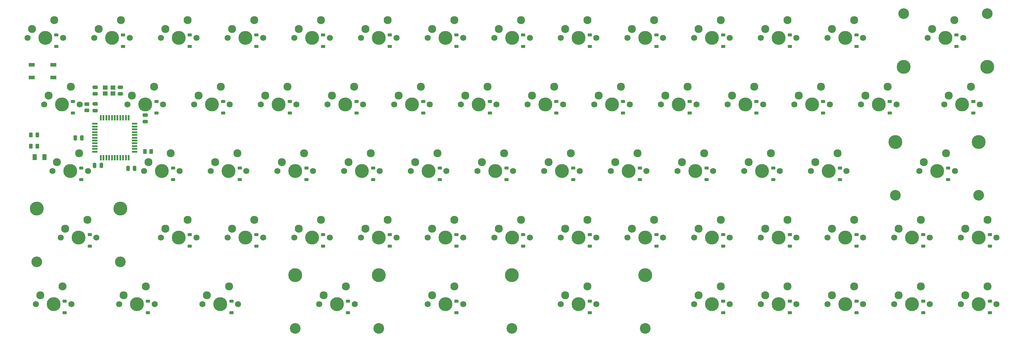
<source format=gbr>
%TF.GenerationSoftware,KiCad,Pcbnew,8.0.1*%
%TF.CreationDate,2024-05-19T22:36:38-06:00*%
%TF.ProjectId,60_Keyboard,36305f4b-6579-4626-9f61-72642e6b6963,rev?*%
%TF.SameCoordinates,Original*%
%TF.FileFunction,Soldermask,Bot*%
%TF.FilePolarity,Negative*%
%FSLAX46Y46*%
G04 Gerber Fmt 4.6, Leading zero omitted, Abs format (unit mm)*
G04 Created by KiCad (PCBNEW 8.0.1) date 2024-05-19 22:36:38*
%MOMM*%
%LPD*%
G01*
G04 APERTURE LIST*
G04 Aperture macros list*
%AMRoundRect*
0 Rectangle with rounded corners*
0 $1 Rounding radius*
0 $2 $3 $4 $5 $6 $7 $8 $9 X,Y pos of 4 corners*
0 Add a 4 corners polygon primitive as box body*
4,1,4,$2,$3,$4,$5,$6,$7,$8,$9,$2,$3,0*
0 Add four circle primitives for the rounded corners*
1,1,$1+$1,$2,$3*
1,1,$1+$1,$4,$5*
1,1,$1+$1,$6,$7*
1,1,$1+$1,$8,$9*
0 Add four rect primitives between the rounded corners*
20,1,$1+$1,$2,$3,$4,$5,0*
20,1,$1+$1,$4,$5,$6,$7,0*
20,1,$1+$1,$6,$7,$8,$9,0*
20,1,$1+$1,$8,$9,$2,$3,0*%
G04 Aperture macros list end*
%ADD10C,1.750000*%
%ADD11C,3.987800*%
%ADD12C,2.300000*%
%ADD13C,3.048000*%
%ADD14RoundRect,0.250000X0.475000X-0.250000X0.475000X0.250000X-0.475000X0.250000X-0.475000X-0.250000X0*%
%ADD15RoundRect,0.225000X0.375000X-0.225000X0.375000X0.225000X-0.375000X0.225000X-0.375000X-0.225000X0*%
%ADD16RoundRect,0.250000X-0.475000X0.250000X-0.475000X-0.250000X0.475000X-0.250000X0.475000X0.250000X0*%
%ADD17RoundRect,0.250000X-0.262500X-0.450000X0.262500X-0.450000X0.262500X0.450000X-0.262500X0.450000X0*%
%ADD18RoundRect,0.250000X-0.250000X-0.475000X0.250000X-0.475000X0.250000X0.475000X-0.250000X0.475000X0*%
%ADD19RoundRect,0.250000X0.250000X0.475000X-0.250000X0.475000X-0.250000X-0.475000X0.250000X-0.475000X0*%
%ADD20R,1.400000X1.200000*%
%ADD21R,1.500000X0.550000*%
%ADD22R,0.550000X1.500000*%
%ADD23RoundRect,0.250000X0.450000X-0.262500X0.450000X0.262500X-0.450000X0.262500X-0.450000X-0.262500X0*%
%ADD24RoundRect,0.250000X0.375000X0.625000X-0.375000X0.625000X-0.375000X-0.625000X0.375000X-0.625000X0*%
%ADD25R,1.800000X1.100000*%
G04 APERTURE END LIST*
D10*
%TO.C,MX57*%
X110006500Y-157946300D03*
D11*
X115086500Y-157946300D03*
D10*
X120166500Y-157946300D03*
D12*
X111276500Y-155406300D03*
X117626500Y-152866300D03*
%TD*%
D10*
%TO.C,MX28*%
X345735400Y-100799900D03*
D11*
X350815400Y-100799900D03*
D10*
X355895400Y-100799900D03*
D12*
X347005400Y-98259900D03*
X353355400Y-95719900D03*
%TD*%
D10*
%TO.C,MX7*%
X198107200Y-81751100D03*
D11*
X203187200Y-81751100D03*
D10*
X208267200Y-81751100D03*
D12*
X199377200Y-79211100D03*
X205727200Y-76671100D03*
%TD*%
D10*
%TO.C,MX23*%
X245729200Y-100799900D03*
D11*
X250809200Y-100799900D03*
D10*
X255889200Y-100799900D03*
D12*
X246999200Y-98259900D03*
X253349200Y-95719900D03*
%TD*%
D10*
%TO.C,MX58*%
X133817500Y-157946300D03*
D11*
X138897500Y-157946300D03*
D10*
X143977500Y-157946300D03*
D12*
X135087500Y-155406300D03*
X141437500Y-152866300D03*
%TD*%
D10*
%TO.C,MX16*%
X112387600Y-100799900D03*
D11*
X117467600Y-100799900D03*
D10*
X122547600Y-100799900D03*
D12*
X113657600Y-98259900D03*
X120007600Y-95719900D03*
%TD*%
D10*
%TO.C,MX6*%
X179058400Y-81751100D03*
D11*
X184138400Y-81751100D03*
D10*
X189218400Y-81751100D03*
D12*
X180328400Y-79211100D03*
X186678400Y-76671100D03*
%TD*%
D10*
%TO.C,MX33*%
X174296200Y-119848700D03*
D11*
X179376200Y-119848700D03*
D10*
X184456200Y-119848700D03*
D12*
X175566200Y-117308700D03*
X181916200Y-114768700D03*
%TD*%
D10*
%TO.C,MX1*%
X83814400Y-81751100D03*
D11*
X88894400Y-81751100D03*
D10*
X93974400Y-81751100D03*
D12*
X85084400Y-79211100D03*
X91434400Y-76671100D03*
%TD*%
D10*
%TO.C,MX56*%
X86195500Y-157946300D03*
D11*
X91275500Y-157946300D03*
D10*
X96355500Y-157946300D03*
D12*
X87465500Y-155406300D03*
X93815500Y-152866300D03*
%TD*%
D10*
%TO.C,MX18*%
X150485200Y-100799900D03*
D11*
X155565200Y-100799900D03*
D10*
X160645200Y-100799900D03*
D12*
X151755200Y-98259900D03*
X158105200Y-95719900D03*
%TD*%
D10*
%TO.C,MX43*%
X121912000Y-138897500D03*
D11*
X126992000Y-138897500D03*
D10*
X132072000Y-138897500D03*
D12*
X123182000Y-136357500D03*
X129532000Y-133817500D03*
%TD*%
D10*
%TO.C,MX10*%
X255253600Y-81751100D03*
D11*
X260333600Y-81751100D03*
D10*
X265413600Y-81751100D03*
D12*
X256523600Y-79211100D03*
X262873600Y-76671100D03*
%TD*%
D10*
%TO.C,MX4*%
X140960800Y-81751100D03*
D11*
X146040800Y-81751100D03*
D10*
X151120800Y-81751100D03*
D12*
X142230800Y-79211100D03*
X148580800Y-76671100D03*
%TD*%
D10*
%TO.C,MX29*%
X90957700Y-119848700D03*
D11*
X96037700Y-119848700D03*
D10*
X101117700Y-119848700D03*
D12*
X92227700Y-117308700D03*
X98577700Y-114768700D03*
%TD*%
D10*
%TO.C,MX40*%
X307637800Y-119848700D03*
D11*
X312717800Y-119848700D03*
D10*
X317797800Y-119848700D03*
D12*
X308907800Y-117308700D03*
X315257800Y-114768700D03*
%TD*%
D10*
%TO.C,MX11*%
X274302400Y-81751100D03*
D11*
X279382400Y-81751100D03*
D10*
X284462400Y-81751100D03*
D12*
X275572400Y-79211100D03*
X281922400Y-76671100D03*
%TD*%
D10*
%TO.C,MX24*%
X264778000Y-100799900D03*
D11*
X269858000Y-100799900D03*
D10*
X274938000Y-100799900D03*
D12*
X266048000Y-98259900D03*
X272398000Y-95719900D03*
%TD*%
D10*
%TO.C,MX52*%
X293351200Y-138897500D03*
D11*
X298431200Y-138897500D03*
D10*
X303511200Y-138897500D03*
D12*
X294621200Y-136357500D03*
X300971200Y-133817500D03*
%TD*%
D10*
%TO.C,MX60*%
X167152900Y-157946300D03*
D11*
X172232900Y-157946300D03*
D10*
X177312900Y-157946300D03*
D12*
X168422900Y-155406300D03*
X174772900Y-152866300D03*
%TD*%
D10*
%TO.C,MX42*%
X338592100Y-119848700D03*
D11*
X343672100Y-119848700D03*
D10*
X348752100Y-119848700D03*
D12*
X339862100Y-117308700D03*
X346212100Y-114768700D03*
%TD*%
D10*
%TO.C,MX63*%
X236204800Y-157946300D03*
D11*
X241284800Y-157946300D03*
D10*
X246364800Y-157946300D03*
D12*
X237474800Y-155406300D03*
X243824800Y-152866300D03*
%TD*%
D10*
%TO.C,MX21*%
X207631600Y-100799900D03*
D11*
X212711600Y-100799900D03*
D10*
X217791600Y-100799900D03*
D12*
X208901600Y-98259900D03*
X215251600Y-95719900D03*
%TD*%
D10*
%TO.C,MX9*%
X236204800Y-81751100D03*
D11*
X241284800Y-81751100D03*
D10*
X246364800Y-81751100D03*
D12*
X237474800Y-79211100D03*
X243824800Y-76671100D03*
%TD*%
D10*
%TO.C,MX65*%
X274302400Y-157946300D03*
D11*
X279382400Y-157946300D03*
D10*
X284462400Y-157946300D03*
D12*
X275572400Y-155406300D03*
X281922400Y-152866300D03*
%TD*%
D10*
%TO.C,MX50*%
X255253600Y-138897500D03*
D11*
X260333600Y-138897500D03*
D10*
X265413600Y-138897500D03*
D12*
X256523600Y-136357500D03*
X262873600Y-133817500D03*
%TD*%
D10*
%TO.C,MX36*%
X231442600Y-119848700D03*
D11*
X236522600Y-119848700D03*
D10*
X241602600Y-119848700D03*
D12*
X232712600Y-117308700D03*
X239062600Y-114768700D03*
%TD*%
D10*
%TO.C,MX55*%
X350497600Y-138897500D03*
D11*
X355577600Y-138897500D03*
D10*
X360657600Y-138897500D03*
D12*
X351767600Y-136357500D03*
X358117600Y-133817500D03*
%TD*%
D10*
%TO.C,MX13*%
X312400000Y-81751100D03*
D11*
X317480000Y-81751100D03*
D10*
X322560000Y-81751100D03*
D12*
X313670000Y-79211100D03*
X320020000Y-76671100D03*
%TD*%
D10*
%TO.C,MX39*%
X288589000Y-119848700D03*
D11*
X293669000Y-119848700D03*
D10*
X298749000Y-119848700D03*
D12*
X289859000Y-117308700D03*
X296209000Y-114768700D03*
%TD*%
D10*
%TO.C,MX20*%
X188582800Y-100799900D03*
D11*
X193662800Y-100799900D03*
D10*
X198742800Y-100799900D03*
D12*
X189852800Y-98259900D03*
X196202800Y-95719900D03*
%TD*%
D10*
%TO.C,MX41*%
X93338800Y-138897500D03*
D11*
X98418800Y-138897500D03*
D10*
X103498800Y-138897500D03*
D12*
X94608800Y-136357500D03*
X100958800Y-133817500D03*
%TD*%
D10*
%TO.C,MX26*%
X302875600Y-100799900D03*
D11*
X307955600Y-100799900D03*
D10*
X313035600Y-100799900D03*
D12*
X304145600Y-98259900D03*
X310495600Y-95719900D03*
%TD*%
D10*
%TO.C,MX69*%
X350497600Y-157946300D03*
D11*
X355577600Y-157946300D03*
D10*
X360657600Y-157946300D03*
D12*
X351767600Y-155406300D03*
X358117600Y-152866300D03*
%TD*%
D10*
%TO.C,MX30*%
X117149800Y-119848700D03*
D11*
X122229800Y-119848700D03*
D10*
X127309800Y-119848700D03*
D12*
X118419800Y-117308700D03*
X124769800Y-114768700D03*
%TD*%
D10*
%TO.C,MX68*%
X331448800Y-157946300D03*
D11*
X336528800Y-157946300D03*
D10*
X341608800Y-157946300D03*
D12*
X332718800Y-155406300D03*
X339068800Y-152866300D03*
%TD*%
D13*
%TO.C,S5*%
X260334800Y-164931300D03*
D11*
X260334800Y-149691300D03*
D13*
X222234800Y-164931300D03*
D11*
X222234800Y-149691300D03*
%TD*%
D10*
%TO.C,MX35*%
X212393800Y-119848700D03*
D11*
X217473800Y-119848700D03*
D10*
X222553800Y-119848700D03*
D12*
X213663800Y-117308700D03*
X220013800Y-114768700D03*
%TD*%
D10*
%TO.C,MX8*%
X217156000Y-81751100D03*
D11*
X222236000Y-81751100D03*
D10*
X227316000Y-81751100D03*
D12*
X218426000Y-79211100D03*
X224776000Y-76671100D03*
%TD*%
D10*
%TO.C,MX31*%
X136198600Y-119848700D03*
D11*
X141278600Y-119848700D03*
D10*
X146358600Y-119848700D03*
D12*
X137468600Y-117308700D03*
X143818600Y-114768700D03*
%TD*%
D10*
%TO.C,MX32*%
X155247400Y-119848700D03*
D11*
X160327400Y-119848700D03*
D10*
X165407400Y-119848700D03*
D12*
X156517400Y-117308700D03*
X162867400Y-114768700D03*
%TD*%
D10*
%TO.C,MX49*%
X236204800Y-138897500D03*
D11*
X241284800Y-138897500D03*
D10*
X246364800Y-138897500D03*
D12*
X237474800Y-136357500D03*
X243824800Y-133817500D03*
%TD*%
D10*
%TO.C,MX5*%
X160009600Y-81751100D03*
D11*
X165089600Y-81751100D03*
D10*
X170169600Y-81751100D03*
D12*
X161279600Y-79211100D03*
X167629600Y-76671100D03*
%TD*%
D10*
%TO.C,MX37*%
X250491400Y-119848700D03*
D11*
X255571400Y-119848700D03*
D10*
X260651400Y-119848700D03*
D12*
X251761400Y-117308700D03*
X258111400Y-114768700D03*
%TD*%
D10*
%TO.C,MX34*%
X193345000Y-119848700D03*
D11*
X198425000Y-119848700D03*
D10*
X203505000Y-119848700D03*
D12*
X194615000Y-117308700D03*
X200965000Y-114768700D03*
%TD*%
D10*
%TO.C,MX17*%
X131436400Y-100799900D03*
D11*
X136516400Y-100799900D03*
D10*
X141596400Y-100799900D03*
D12*
X132706400Y-98259900D03*
X139056400Y-95719900D03*
%TD*%
D10*
%TO.C,MX44*%
X140960800Y-138897500D03*
D11*
X146040800Y-138897500D03*
D10*
X151120800Y-138897500D03*
D12*
X142230800Y-136357500D03*
X148580800Y-133817500D03*
%TD*%
D10*
%TO.C,MX14*%
X340973200Y-81751100D03*
D11*
X346053200Y-81751100D03*
D10*
X351133200Y-81751100D03*
D12*
X342243200Y-79211100D03*
X348593200Y-76671100D03*
%TD*%
D10*
%TO.C,MX66*%
X293351200Y-157946300D03*
D11*
X298431200Y-157946300D03*
D10*
X303511200Y-157946300D03*
D12*
X294621200Y-155406300D03*
X300971200Y-152866300D03*
%TD*%
D10*
%TO.C,MX67*%
X312400000Y-157946300D03*
D11*
X317480000Y-157946300D03*
D10*
X322560000Y-157946300D03*
D12*
X313670000Y-155406300D03*
X320020000Y-152866300D03*
%TD*%
D10*
%TO.C,MX19*%
X169534000Y-100799900D03*
D11*
X174614000Y-100799900D03*
D10*
X179694000Y-100799900D03*
D12*
X170804000Y-98259900D03*
X177154000Y-95719900D03*
%TD*%
D10*
%TO.C,MX25*%
X283826800Y-100799900D03*
D11*
X288906800Y-100799900D03*
D10*
X293986800Y-100799900D03*
D12*
X285096800Y-98259900D03*
X291446800Y-95719900D03*
%TD*%
D10*
%TO.C,MX3*%
X121912000Y-81751100D03*
D11*
X126992000Y-81751100D03*
D10*
X132072000Y-81751100D03*
D12*
X123182000Y-79211100D03*
X129532000Y-76671100D03*
%TD*%
D10*
%TO.C,MX47*%
X198107200Y-138897500D03*
D11*
X203187200Y-138897500D03*
D10*
X208267200Y-138897500D03*
D12*
X199377200Y-136357500D03*
X205727200Y-133817500D03*
%TD*%
D13*
%TO.C,S1*%
X334146950Y-74766100D03*
D11*
X334146950Y-90006100D03*
D13*
X357959450Y-74766100D03*
D11*
X357959450Y-90006100D03*
%TD*%
D10*
%TO.C,MX2*%
X102863200Y-81751100D03*
D11*
X107943200Y-81751100D03*
D10*
X113023200Y-81751100D03*
D12*
X104133200Y-79211100D03*
X110483200Y-76671100D03*
%TD*%
D10*
%TO.C,MX53*%
X312400000Y-138897500D03*
D11*
X317480000Y-138897500D03*
D10*
X322560000Y-138897500D03*
D12*
X313670000Y-136357500D03*
X320020000Y-133817500D03*
%TD*%
D10*
%TO.C,MX48*%
X217156000Y-138897500D03*
D11*
X222236000Y-138897500D03*
D10*
X227316000Y-138897500D03*
D12*
X218426000Y-136357500D03*
X224776000Y-133817500D03*
%TD*%
D10*
%TO.C,MX15*%
X88576600Y-100799900D03*
D11*
X93656600Y-100799900D03*
D10*
X98736600Y-100799900D03*
D12*
X89846600Y-98259900D03*
X96196600Y-95719900D03*
%TD*%
D10*
%TO.C,MX27*%
X321924400Y-100799900D03*
D11*
X327004400Y-100799900D03*
D10*
X332084400Y-100799900D03*
D12*
X323194400Y-98259900D03*
X329544400Y-95719900D03*
%TD*%
D10*
%TO.C,MX38*%
X269540200Y-119848700D03*
D11*
X274620200Y-119848700D03*
D10*
X279700200Y-119848700D03*
D12*
X270810200Y-117308700D03*
X277160200Y-114768700D03*
%TD*%
D13*
%TO.C,S2*%
X355578350Y-126833700D03*
D11*
X355578350Y-111593700D03*
D13*
X331765850Y-126833700D03*
D11*
X331765850Y-111593700D03*
%TD*%
D13*
%TO.C,S3*%
X110325050Y-145882500D03*
D11*
X110325050Y-130642500D03*
D13*
X86512550Y-145882500D03*
D11*
X86512550Y-130642500D03*
%TD*%
D13*
%TO.C,S4*%
X184139150Y-164931300D03*
D11*
X184139150Y-149691300D03*
D13*
X160326650Y-164931300D03*
D11*
X160326650Y-149691300D03*
%TD*%
D10*
%TO.C,MX22*%
X226680400Y-100799900D03*
D11*
X231760400Y-100799900D03*
D10*
X236840400Y-100799900D03*
D12*
X227950400Y-98259900D03*
X234300400Y-95719900D03*
%TD*%
D10*
%TO.C,MX45*%
X160009600Y-138897500D03*
D11*
X165089600Y-138897500D03*
D10*
X170169600Y-138897500D03*
D12*
X161279600Y-136357500D03*
X167629600Y-133817500D03*
%TD*%
D10*
%TO.C,MX12*%
X293351200Y-81751100D03*
D11*
X298431200Y-81751100D03*
D10*
X303511200Y-81751100D03*
D12*
X294621200Y-79211100D03*
X300971200Y-76671100D03*
%TD*%
D10*
%TO.C,MX61*%
X198107200Y-157946300D03*
D11*
X203187200Y-157946300D03*
D10*
X208267200Y-157946300D03*
D12*
X199377200Y-155406300D03*
X205727200Y-152866300D03*
%TD*%
D10*
%TO.C,MX46*%
X179058400Y-138897500D03*
D11*
X184138400Y-138897500D03*
D10*
X189218400Y-138897500D03*
D12*
X180328400Y-136357500D03*
X186678400Y-133817500D03*
%TD*%
D10*
%TO.C,MX51*%
X274302400Y-138897500D03*
D11*
X279382400Y-138897500D03*
D10*
X284462400Y-138897500D03*
D12*
X275572400Y-136357500D03*
X281922400Y-133817500D03*
%TD*%
D10*
%TO.C,MX54*%
X331448800Y-138897500D03*
D11*
X336528800Y-138897500D03*
D10*
X341608800Y-138897500D03*
D12*
X332718800Y-136357500D03*
X339068800Y-133817500D03*
%TD*%
D14*
%TO.C,C6*%
X103181000Y-102543600D03*
X103181000Y-100643600D03*
%TD*%
D15*
%TO.C,D38*%
X277795000Y-122292400D03*
X277795000Y-118992400D03*
%TD*%
%TO.C,D61*%
X206362000Y-160390000D03*
X206362000Y-157090000D03*
%TD*%
%TO.C,D35*%
X220648600Y-122292400D03*
X220648600Y-118992400D03*
%TD*%
%TO.C,D27*%
X330179200Y-103243600D03*
X330179200Y-99943600D03*
%TD*%
D16*
%TO.C,C2*%
X110324300Y-95881400D03*
X110324300Y-97781400D03*
%TD*%
D15*
%TO.C,D26*%
X311130400Y-103243600D03*
X311130400Y-99943600D03*
%TD*%
%TO.C,D29*%
X99212500Y-122292400D03*
X99212500Y-118992400D03*
%TD*%
%TO.C,D55*%
X358752400Y-141341200D03*
X358752400Y-138041200D03*
%TD*%
%TO.C,D15*%
X96831400Y-103243600D03*
X96831400Y-99943600D03*
%TD*%
%TO.C,D39*%
X296843800Y-122292400D03*
X296843800Y-118992400D03*
%TD*%
%TO.C,D50*%
X263508400Y-141341200D03*
X263508400Y-138041200D03*
%TD*%
%TO.C,D2*%
X111118000Y-84194800D03*
X111118000Y-80894800D03*
%TD*%
%TO.C,D24*%
X273032800Y-103243600D03*
X273032800Y-99943600D03*
%TD*%
%TO.C,D18*%
X158740000Y-103243600D03*
X158740000Y-99943600D03*
%TD*%
D17*
%TO.C,R1*%
X117348800Y-114292800D03*
X119173800Y-114292800D03*
%TD*%
D15*
%TO.C,D22*%
X234935200Y-103243600D03*
X234935200Y-99943600D03*
%TD*%
D17*
%TO.C,R2*%
X84807100Y-112705400D03*
X86632100Y-112705400D03*
%TD*%
D15*
%TO.C,D40*%
X315892600Y-122292400D03*
X315892600Y-118992400D03*
%TD*%
%TO.C,D43*%
X130166800Y-141341200D03*
X130166800Y-138041200D03*
%TD*%
%TO.C,D68*%
X339703600Y-160390000D03*
X339703600Y-157090000D03*
%TD*%
%TO.C,D5*%
X168264400Y-84194800D03*
X168264400Y-80894800D03*
%TD*%
%TO.C,D36*%
X239697400Y-122292400D03*
X239697400Y-118992400D03*
%TD*%
%TO.C,D41*%
X101593600Y-141341200D03*
X101593600Y-138041200D03*
%TD*%
%TO.C,D3*%
X130166800Y-84194800D03*
X130166800Y-80894800D03*
%TD*%
D18*
%TO.C,C7*%
X103024700Y-118261300D03*
X104924700Y-118261300D03*
%TD*%
D19*
%TO.C,C4*%
X114449100Y-119055000D03*
X112549100Y-119055000D03*
%TD*%
D15*
%TO.C,D19*%
X177788800Y-103243600D03*
X177788800Y-99943600D03*
%TD*%
%TO.C,D28*%
X353990200Y-103243600D03*
X353990200Y-99943600D03*
%TD*%
%TO.C,D8*%
X225410800Y-84194800D03*
X225410800Y-80894800D03*
%TD*%
D20*
%TO.C,Y1*%
X108249500Y-97681400D03*
X106049500Y-97681400D03*
X106049500Y-95981400D03*
X108249500Y-95981400D03*
%TD*%
D15*
%TO.C,D47*%
X206362000Y-141341200D03*
X206362000Y-138041200D03*
%TD*%
%TO.C,D7*%
X206362000Y-84194800D03*
X206362000Y-80894800D03*
%TD*%
%TO.C,D53*%
X320654800Y-141341200D03*
X320654800Y-138041200D03*
%TD*%
%TO.C,D10*%
X263508400Y-84194800D03*
X263508400Y-80894800D03*
%TD*%
%TO.C,D16*%
X120642400Y-103243600D03*
X120642400Y-99943600D03*
%TD*%
%TO.C,D21*%
X215886400Y-103243600D03*
X215886400Y-99943600D03*
%TD*%
D19*
%TO.C,C1*%
X99368800Y-110324300D03*
X97468800Y-110324300D03*
%TD*%
D15*
%TO.C,D66*%
X301606000Y-160390000D03*
X301606000Y-157090000D03*
%TD*%
%TO.C,D11*%
X282557200Y-84194800D03*
X282557200Y-80894800D03*
%TD*%
%TO.C,D12*%
X301606000Y-84194800D03*
X301606000Y-80894800D03*
%TD*%
%TO.C,D46*%
X187313200Y-141341200D03*
X187313200Y-138041200D03*
%TD*%
%TO.C,D51*%
X282557200Y-141341200D03*
X282557200Y-138041200D03*
%TD*%
D14*
%TO.C,C3*%
X103181000Y-97781400D03*
X103181000Y-95881400D03*
%TD*%
D15*
%TO.C,D20*%
X196837600Y-103243600D03*
X196837600Y-99943600D03*
%TD*%
%TO.C,D57*%
X118261300Y-160390000D03*
X118261300Y-157090000D03*
%TD*%
D17*
%TO.C,R3*%
X84807100Y-109530600D03*
X86632100Y-109530600D03*
%TD*%
D15*
%TO.C,D67*%
X320654800Y-160390000D03*
X320654800Y-157090000D03*
%TD*%
%TO.C,D60*%
X175407700Y-160390000D03*
X175407700Y-157090000D03*
%TD*%
%TO.C,D9*%
X244459600Y-84194800D03*
X244459600Y-80894800D03*
%TD*%
D21*
%TO.C,U1*%
X103036900Y-114324300D03*
X103036900Y-113524300D03*
X103036900Y-112724300D03*
X103036900Y-111924300D03*
X103036900Y-111124300D03*
X103036900Y-110324300D03*
X103036900Y-109524300D03*
X103036900Y-108724300D03*
X103036900Y-107924300D03*
X103036900Y-107124300D03*
X103036900Y-106324300D03*
D22*
X104736900Y-104624300D03*
X105536900Y-104624300D03*
X106336900Y-104624300D03*
X107136900Y-104624300D03*
X107936900Y-104624300D03*
X108736900Y-104624300D03*
X109536900Y-104624300D03*
X110336900Y-104624300D03*
X111136900Y-104624300D03*
X111936900Y-104624300D03*
X112736900Y-104624300D03*
D21*
X114436900Y-106324300D03*
X114436900Y-107124300D03*
X114436900Y-107924300D03*
X114436900Y-108724300D03*
X114436900Y-109524300D03*
X114436900Y-110324300D03*
X114436900Y-111124300D03*
X114436900Y-111924300D03*
X114436900Y-112724300D03*
X114436900Y-113524300D03*
X114436900Y-114324300D03*
D22*
X112736900Y-116024300D03*
X111936900Y-116024300D03*
X111136900Y-116024300D03*
X110336900Y-116024300D03*
X109536900Y-116024300D03*
X108736900Y-116024300D03*
X107936900Y-116024300D03*
X107136900Y-116024300D03*
X106336900Y-116024300D03*
X105536900Y-116024300D03*
X104736900Y-116024300D03*
%TD*%
D15*
%TO.C,D45*%
X168264400Y-141341200D03*
X168264400Y-138041200D03*
%TD*%
%TO.C,D34*%
X201599800Y-122292400D03*
X201599800Y-118992400D03*
%TD*%
%TO.C,D42*%
X346846900Y-122292400D03*
X346846900Y-118992400D03*
%TD*%
%TO.C,D63*%
X244459600Y-160390000D03*
X244459600Y-157090000D03*
%TD*%
%TO.C,D1*%
X92069200Y-84194800D03*
X92069200Y-80894800D03*
%TD*%
%TO.C,D31*%
X144453400Y-122292400D03*
X144453400Y-118992400D03*
%TD*%
%TO.C,D14*%
X349228000Y-84194800D03*
X349228000Y-80894800D03*
%TD*%
%TO.C,D23*%
X253984000Y-103243600D03*
X253984000Y-99943600D03*
%TD*%
%TO.C,D33*%
X182551000Y-122292400D03*
X182551000Y-118992400D03*
%TD*%
%TO.C,D17*%
X139691200Y-103243600D03*
X139691200Y-99943600D03*
%TD*%
%TO.C,D32*%
X163502200Y-122292400D03*
X163502200Y-118992400D03*
%TD*%
%TO.C,D65*%
X282557200Y-160390000D03*
X282557200Y-157090000D03*
%TD*%
D23*
%TO.C,R4*%
X100799900Y-102506100D03*
X100799900Y-100681100D03*
%TD*%
D15*
%TO.C,D58*%
X142072300Y-160390000D03*
X142072300Y-157090000D03*
%TD*%
%TO.C,D44*%
X149215600Y-141341200D03*
X149215600Y-138041200D03*
%TD*%
D24*
%TO.C,F1*%
X88707000Y-115880200D03*
X85907000Y-115880200D03*
%TD*%
D15*
%TO.C,D56*%
X94450300Y-160390000D03*
X94450300Y-157090000D03*
%TD*%
%TO.C,D6*%
X187313200Y-84194800D03*
X187313200Y-80894800D03*
%TD*%
D14*
%TO.C,C5*%
X117467600Y-105718400D03*
X117467600Y-103818400D03*
%TD*%
D15*
%TO.C,D25*%
X292081600Y-103243600D03*
X292081600Y-99943600D03*
%TD*%
%TO.C,D4*%
X149215600Y-84194800D03*
X149215600Y-80894800D03*
%TD*%
%TO.C,D48*%
X225410800Y-141341200D03*
X225410800Y-138041200D03*
%TD*%
%TO.C,D13*%
X320654800Y-84194800D03*
X320654800Y-80894800D03*
%TD*%
D25*
%TO.C,SW1*%
X85000700Y-93125500D03*
X91200700Y-89425500D03*
X85000700Y-89425500D03*
X91200700Y-93125500D03*
%TD*%
D15*
%TO.C,D30*%
X125404600Y-122292400D03*
X125404600Y-118992400D03*
%TD*%
%TO.C,D69*%
X358752400Y-160390000D03*
X358752400Y-157090000D03*
%TD*%
%TO.C,D37*%
X258746200Y-122292400D03*
X258746200Y-118992400D03*
%TD*%
%TO.C,D49*%
X244459600Y-141341200D03*
X244459600Y-138041200D03*
%TD*%
%TO.C,D52*%
X301606000Y-141341200D03*
X301606000Y-138041200D03*
%TD*%
%TO.C,D54*%
X339703600Y-141341200D03*
X339703600Y-138041200D03*
%TD*%
M02*

</source>
